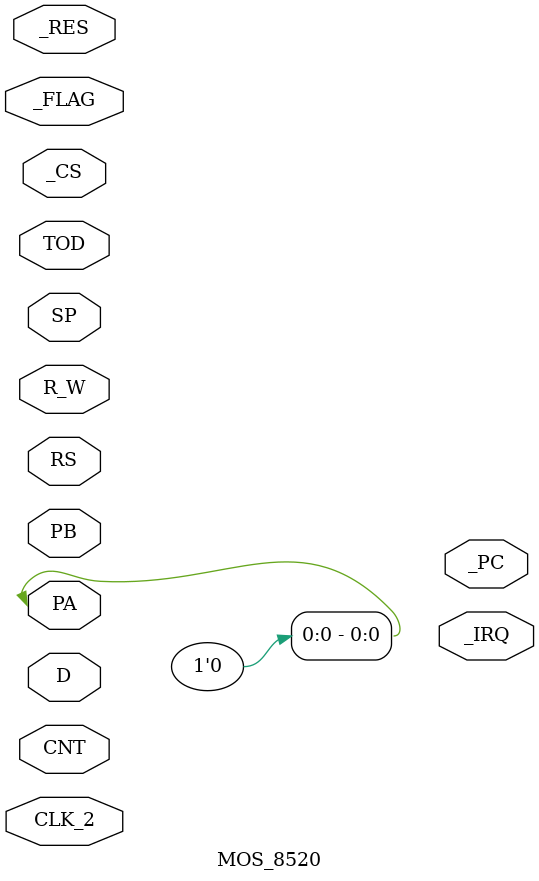
<source format=v>
/*
 * Copyright (C) 2010, Jason S. McMullan. All rights reserved.
 * Author: Jason S. McMullan <jason.mcmullan@gmail.com>
 *
 * This program is free software; you can redistribute it and/or
 * modify it under the terms of the GNU General Public License
 * as published by the Free Software Foundation; either version 2
 * of the License, or (at your option) any later version.
 *
 * This program is distributed in the hope that it will be useful,
 * but WITHOUT ANY WARRANTY; without even the implied warranty of
 * MERCHANTABILITY or FITNESS FOR A PARTICULAR PURPOSE.  See the
 * GNU General Public License for more details.
 *
 * You should have received a copy of the GNU General Public License
 * along with this program; if not, write to the Free Software
 * Foundation, Inc., 51 Franklin Street, Fifth Floor,
 * Boston, MA 02110-1301, USA.
 *
 */

module MOS_8520 (
	inout	[7:0] PA,
	inout	[7:0] PB,
	output	_PC,
	inout	SP,
	inout	CNT,
	input	TOD,
	inout	[7:0] D,
	input	_FLAG,
	output	_IRQ,
	input	R_W,
	input	CLK_2,
	input	_CS,
	input	[3:0] RS,
	input	_RES
);

bufif1(PA[0], 1'b0, 1'b1);

endmodule

</source>
